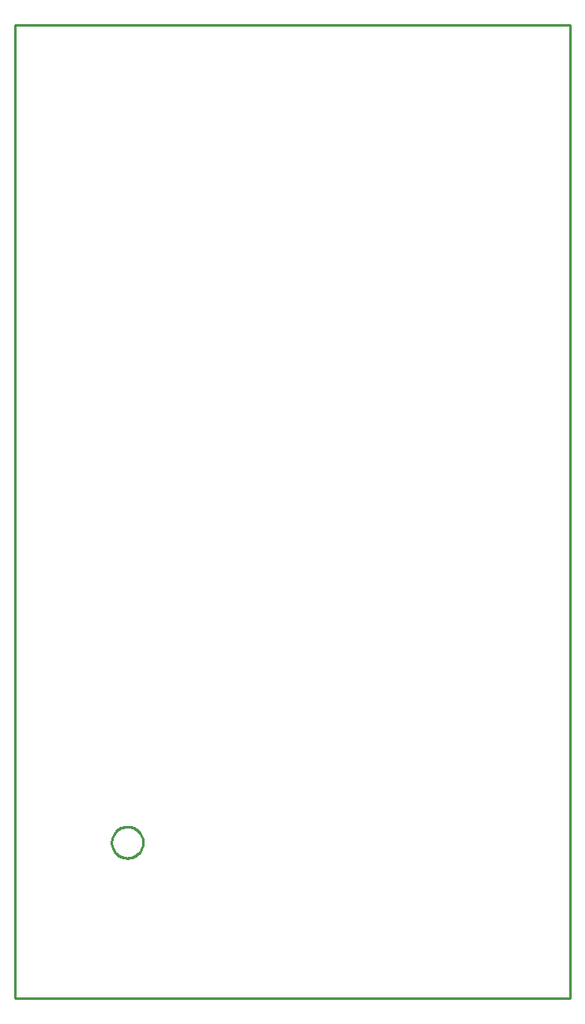
<source format=gko>
G04 EAGLE Gerber RS-274X export*
G75*
%MOMM*%
%FSLAX34Y34*%
%LPD*%
%INBoard Outline*%
%IPPOS*%
%AMOC8*
5,1,8,0,0,1.08239X$1,22.5*%
G01*
%ADD10C,0.000000*%
%ADD11C,0.254000*%


D10*
X0Y0D02*
X565150Y0D01*
X565150Y990600D01*
X0Y990500D01*
X0Y0D01*
X98298Y158750D02*
X98303Y159143D01*
X98317Y159535D01*
X98341Y159927D01*
X98375Y160318D01*
X98418Y160709D01*
X98471Y161098D01*
X98534Y161486D01*
X98605Y161872D01*
X98687Y162256D01*
X98778Y162638D01*
X98878Y163018D01*
X98987Y163395D01*
X99106Y163770D01*
X99233Y164141D01*
X99370Y164509D01*
X99516Y164874D01*
X99671Y165235D01*
X99834Y165592D01*
X100007Y165945D01*
X100187Y166293D01*
X100377Y166637D01*
X100575Y166977D01*
X100781Y167311D01*
X100995Y167640D01*
X101217Y167964D01*
X101447Y168282D01*
X101685Y168595D01*
X101930Y168902D01*
X102183Y169202D01*
X102443Y169496D01*
X102711Y169784D01*
X102985Y170065D01*
X103266Y170339D01*
X103554Y170607D01*
X103848Y170867D01*
X104148Y171120D01*
X104455Y171365D01*
X104768Y171603D01*
X105086Y171833D01*
X105410Y172055D01*
X105739Y172269D01*
X106073Y172475D01*
X106413Y172673D01*
X106757Y172863D01*
X107105Y173043D01*
X107458Y173216D01*
X107815Y173379D01*
X108176Y173534D01*
X108541Y173680D01*
X108909Y173817D01*
X109280Y173944D01*
X109655Y174063D01*
X110032Y174172D01*
X110412Y174272D01*
X110794Y174363D01*
X111178Y174445D01*
X111564Y174516D01*
X111952Y174579D01*
X112341Y174632D01*
X112732Y174675D01*
X113123Y174709D01*
X113515Y174733D01*
X113907Y174747D01*
X114300Y174752D01*
X114693Y174747D01*
X115085Y174733D01*
X115477Y174709D01*
X115868Y174675D01*
X116259Y174632D01*
X116648Y174579D01*
X117036Y174516D01*
X117422Y174445D01*
X117806Y174363D01*
X118188Y174272D01*
X118568Y174172D01*
X118945Y174063D01*
X119320Y173944D01*
X119691Y173817D01*
X120059Y173680D01*
X120424Y173534D01*
X120785Y173379D01*
X121142Y173216D01*
X121495Y173043D01*
X121843Y172863D01*
X122187Y172673D01*
X122527Y172475D01*
X122861Y172269D01*
X123190Y172055D01*
X123514Y171833D01*
X123832Y171603D01*
X124145Y171365D01*
X124452Y171120D01*
X124752Y170867D01*
X125046Y170607D01*
X125334Y170339D01*
X125615Y170065D01*
X125889Y169784D01*
X126157Y169496D01*
X126417Y169202D01*
X126670Y168902D01*
X126915Y168595D01*
X127153Y168282D01*
X127383Y167964D01*
X127605Y167640D01*
X127819Y167311D01*
X128025Y166977D01*
X128223Y166637D01*
X128413Y166293D01*
X128593Y165945D01*
X128766Y165592D01*
X128929Y165235D01*
X129084Y164874D01*
X129230Y164509D01*
X129367Y164141D01*
X129494Y163770D01*
X129613Y163395D01*
X129722Y163018D01*
X129822Y162638D01*
X129913Y162256D01*
X129995Y161872D01*
X130066Y161486D01*
X130129Y161098D01*
X130182Y160709D01*
X130225Y160318D01*
X130259Y159927D01*
X130283Y159535D01*
X130297Y159143D01*
X130302Y158750D01*
X130297Y158357D01*
X130283Y157965D01*
X130259Y157573D01*
X130225Y157182D01*
X130182Y156791D01*
X130129Y156402D01*
X130066Y156014D01*
X129995Y155628D01*
X129913Y155244D01*
X129822Y154862D01*
X129722Y154482D01*
X129613Y154105D01*
X129494Y153730D01*
X129367Y153359D01*
X129230Y152991D01*
X129084Y152626D01*
X128929Y152265D01*
X128766Y151908D01*
X128593Y151555D01*
X128413Y151207D01*
X128223Y150863D01*
X128025Y150523D01*
X127819Y150189D01*
X127605Y149860D01*
X127383Y149536D01*
X127153Y149218D01*
X126915Y148905D01*
X126670Y148598D01*
X126417Y148298D01*
X126157Y148004D01*
X125889Y147716D01*
X125615Y147435D01*
X125334Y147161D01*
X125046Y146893D01*
X124752Y146633D01*
X124452Y146380D01*
X124145Y146135D01*
X123832Y145897D01*
X123514Y145667D01*
X123190Y145445D01*
X122861Y145231D01*
X122527Y145025D01*
X122187Y144827D01*
X121843Y144637D01*
X121495Y144457D01*
X121142Y144284D01*
X120785Y144121D01*
X120424Y143966D01*
X120059Y143820D01*
X119691Y143683D01*
X119320Y143556D01*
X118945Y143437D01*
X118568Y143328D01*
X118188Y143228D01*
X117806Y143137D01*
X117422Y143055D01*
X117036Y142984D01*
X116648Y142921D01*
X116259Y142868D01*
X115868Y142825D01*
X115477Y142791D01*
X115085Y142767D01*
X114693Y142753D01*
X114300Y142748D01*
X113907Y142753D01*
X113515Y142767D01*
X113123Y142791D01*
X112732Y142825D01*
X112341Y142868D01*
X111952Y142921D01*
X111564Y142984D01*
X111178Y143055D01*
X110794Y143137D01*
X110412Y143228D01*
X110032Y143328D01*
X109655Y143437D01*
X109280Y143556D01*
X108909Y143683D01*
X108541Y143820D01*
X108176Y143966D01*
X107815Y144121D01*
X107458Y144284D01*
X107105Y144457D01*
X106757Y144637D01*
X106413Y144827D01*
X106073Y145025D01*
X105739Y145231D01*
X105410Y145445D01*
X105086Y145667D01*
X104768Y145897D01*
X104455Y146135D01*
X104148Y146380D01*
X103848Y146633D01*
X103554Y146893D01*
X103266Y147161D01*
X102985Y147435D01*
X102711Y147716D01*
X102443Y148004D01*
X102183Y148298D01*
X101930Y148598D01*
X101685Y148905D01*
X101447Y149218D01*
X101217Y149536D01*
X100995Y149860D01*
X100781Y150189D01*
X100575Y150523D01*
X100377Y150863D01*
X100187Y151207D01*
X100007Y151555D01*
X99834Y151908D01*
X99671Y152265D01*
X99516Y152626D01*
X99370Y152991D01*
X99233Y153359D01*
X99106Y153730D01*
X98987Y154105D01*
X98878Y154482D01*
X98778Y154862D01*
X98687Y155244D01*
X98605Y155628D01*
X98534Y156014D01*
X98471Y156402D01*
X98418Y156791D01*
X98375Y157182D01*
X98341Y157573D01*
X98317Y157965D01*
X98303Y158357D01*
X98298Y158750D01*
D11*
X0Y0D02*
X565150Y0D01*
X565150Y990600D01*
X0Y990500D01*
X0Y0D01*
X130302Y158226D02*
X130233Y157181D01*
X130097Y156142D01*
X129892Y155114D01*
X129621Y154102D01*
X129284Y153110D01*
X128883Y152142D01*
X128420Y151203D01*
X127896Y150295D01*
X127314Y149424D01*
X126676Y148593D01*
X125986Y147805D01*
X125245Y147064D01*
X124457Y146374D01*
X123626Y145736D01*
X122755Y145154D01*
X121847Y144630D01*
X120908Y144167D01*
X119940Y143766D01*
X118948Y143429D01*
X117936Y143158D01*
X116908Y142953D01*
X115869Y142817D01*
X114824Y142748D01*
X113776Y142748D01*
X112731Y142817D01*
X111692Y142953D01*
X110664Y143158D01*
X109652Y143429D01*
X108660Y143766D01*
X107692Y144167D01*
X106753Y144630D01*
X105845Y145154D01*
X104974Y145736D01*
X104143Y146374D01*
X103355Y147064D01*
X102614Y147805D01*
X101924Y148593D01*
X101286Y149424D01*
X100704Y150295D01*
X100180Y151203D01*
X99717Y152142D01*
X99316Y153110D01*
X98979Y154102D01*
X98708Y155114D01*
X98503Y156142D01*
X98367Y157181D01*
X98298Y158226D01*
X98298Y159274D01*
X98367Y160319D01*
X98503Y161358D01*
X98708Y162386D01*
X98979Y163398D01*
X99316Y164390D01*
X99717Y165358D01*
X100180Y166297D01*
X100704Y167205D01*
X101286Y168076D01*
X101924Y168907D01*
X102614Y169695D01*
X103355Y170436D01*
X104143Y171126D01*
X104974Y171764D01*
X105845Y172346D01*
X106753Y172870D01*
X107692Y173333D01*
X108660Y173734D01*
X109652Y174071D01*
X110664Y174342D01*
X111692Y174547D01*
X112731Y174683D01*
X113776Y174752D01*
X114824Y174752D01*
X115869Y174683D01*
X116908Y174547D01*
X117936Y174342D01*
X118948Y174071D01*
X119940Y173734D01*
X120908Y173333D01*
X121847Y172870D01*
X122755Y172346D01*
X123626Y171764D01*
X124457Y171126D01*
X125245Y170436D01*
X125986Y169695D01*
X126676Y168907D01*
X127314Y168076D01*
X127896Y167205D01*
X128420Y166297D01*
X128883Y165358D01*
X129284Y164390D01*
X129621Y163398D01*
X129892Y162386D01*
X130097Y161358D01*
X130233Y160319D01*
X130302Y159274D01*
X130302Y158226D01*
M02*

</source>
